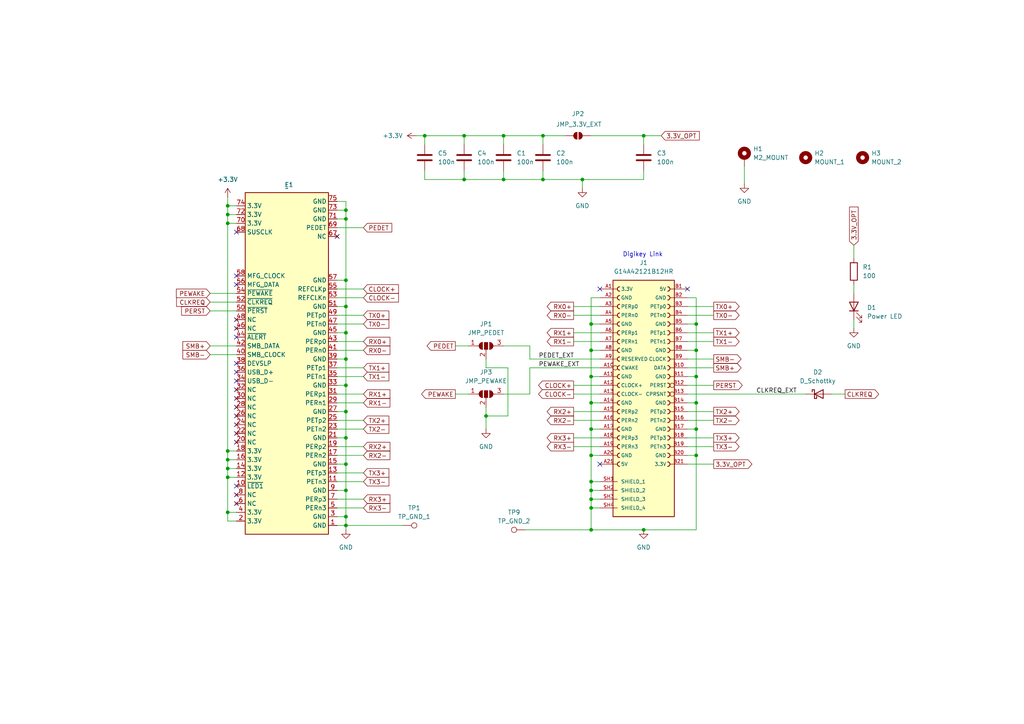
<source format=kicad_sch>
(kicad_sch (version 20231120) (generator "eeschema") (generator_version "8.0")
  (paper "A4")
  (lib_symbols
    (symbol "Connector:TestPoint" (pin_numbers hide) (pin_names (offset 0.762) hide)
      (property "Reference" "TP" (at 0 6.858 0))
      (property "Value" "TestPoint" (at 0 5.08 0))
      (symbol "TestPoint_0_1"
        (circle (center 0 3.302) (radius 0.762))
      )
      (symbol "TestPoint_1_1"
        (pin passive line (at 0 0 90) (length 2.54) (name "1") (number "1"))
      )
    )
    (symbol "Device:C" (pin_numbers hide) (pin_names (offset 0.254))
      (property "Reference" "C" (at 0.635 2.54 0))
      (property "Value" "C" (at 0.635 -2.54 0))
      (symbol "C_0_1"
        (polyline (pts (xy -2.032 -0.762) (xy 2.032 -0.762)) (stroke (width 0.508)))
        (polyline (pts (xy -2.032 0.762) (xy 2.032 0.762)) (stroke (width 0.508)))
      )
      (symbol "C_1_1"
        (pin passive line (at 0 3.81 270) (length 2.794) (name "~") (number "1"))
        (pin passive line (at 0 -3.81 90) (length 2.794) (name "~") (number "2"))
      )
    )
    (symbol "Device:D_Schottky" (pin_numbers hide) (pin_names (offset 1.016) hide)
      (property "Reference" "D" (at 0 2.54 0))
      (property "Value" "D_Schottky" (at 0 -2.54 0))
      (symbol "D_Schottky_0_1"
        (polyline (pts (xy 1.27 0) (xy -1.27 0)))
        (polyline (pts (xy 1.27 1.27) (xy 1.27 -1.27) (xy -1.27 0) (xy 1.27 1.27)) (stroke (width 0.254)))
        (polyline (pts (xy -1.905 0.635) (xy -1.905 1.27) (xy -1.27 1.27) (xy -1.27 -1.27) (xy -0.635 -1.27) (xy -0.635 -0.635)) (stroke (width 0.254)))
      )
      (symbol "D_Schottky_1_1"
        (pin passive line (at -3.81 0 0) (length 2.54) (name "K") (number "1"))
        (pin passive line (at 3.81 0 180) (length 2.54) (name "A") (number "2"))
      )
    )
    (symbol "Device:LED" (pin_numbers hide) (pin_names (offset 1.016) hide)
      (property "Reference" "D" (at 0 2.54 0))
      (property "Value" "LED" (at 0 -2.54 0))
      (symbol "LED_0_1"
        (polyline (pts (xy -1.27 -1.27) (xy -1.27 1.27)) (stroke (width 0.254)))
        (polyline (pts (xy -1.27 0) (xy 1.27 0)))
        (polyline (pts (xy 1.27 -1.27) (xy 1.27 1.27) (xy -1.27 0) (xy 1.27 -1.27)) (stroke (width 0.254)))
        (polyline (pts (xy -3.048 -0.762) (xy -4.572 -2.286) (xy -3.81 -2.286) (xy -4.572 -2.286) (xy -4.572 -1.524)))
        (polyline (pts (xy -1.778 -0.762) (xy -3.302 -2.286) (xy -2.54 -2.286) (xy -3.302 -2.286) (xy -3.302 -1.524)))
      )
      (symbol "LED_1_1"
        (pin passive line (at -3.81 0 0) (length 2.54) (name "K") (number "1"))
        (pin passive line (at 3.81 0 180) (length 2.54) (name "A") (number "2"))
      )
    )
    (symbol "Device:R" (pin_numbers hide) (pin_names (offset 0))
      (property "Reference" "R" (at 2.032 0 90))
      (property "Value" "R" (at 0 0 90))
      (symbol "R_0_1"
        (rectangle (start -1.016 -2.54) (end 1.016 2.54) (stroke (width 0.254)))
      )
      (symbol "R_1_1"
        (pin passive line (at 0 3.81 270) (length 1.27) (name "~") (number "1"))
        (pin passive line (at 0 -3.81 90) (length 1.27) (name "~") (number "2"))
      )
    )
    (symbol "G14A42121B12HR:G14A42121B12HR" (pin_names (offset 1.016))
      (property "Reference" "J" (at -0.762 32.258 0))
      (property "Value" "G14A42121B12HR" (at -8.89 -40.64 0))
      (symbol "G14A42121B12HR_0_0"
        (rectangle (start -8.89 -36.83) (end 8.89 31.75) (stroke (width 0.254)) (fill (type background)))
        (arc (start -6.985 -20.955) (mid -7.6172 -21.59) (end -6.985 -22.225) (stroke (width 0.254)))
        (arc (start -6.985 -18.415) (mid -7.6172 -19.05) (end -6.985 -19.685) (stroke (width 0.254)))
        (arc (start -6.985 -15.875) (mid -7.6172 -16.51) (end -6.985 -17.145) (stroke (width 0.254)))
        (arc (start -6.985 -13.335) (mid -7.6172 -13.97) (end -6.985 -14.605) (stroke (width 0.254)))
        (arc (start -6.985 -10.795) (mid -7.6172 -11.43) (end -6.985 -12.065) (stroke (width 0.254)))
        (arc (start -6.985 -8.255) (mid -7.6172 -8.89) (end -6.985 -9.525) (stroke (width 0.254)))
        (arc (start -6.985 -5.715) (mid -7.6172 -6.35) (end -6.985 -6.985) (stroke (width 0.254)))
        (arc (start -6.985 -3.175) (mid -7.6172 -3.81) (end -6.985 -4.445) (stroke (width 0.254)))
        (arc (start -6.985 -0.635) (mid -7.6172 -1.27) (end -6.985 -1.905) (stroke (width 0.254)))
        (arc (start -6.985 1.905) (mid -7.6172 1.27) (end -6.985 0.635) (stroke (width 0.254)))
        (arc (start -6.985 4.445) (mid -7.6172 3.81) (end -6.985 3.175) (stroke (width 0.254)))
        (arc (start -6.985 6.985) (mid -7.6172 6.35) (end -6.985 5.715) (stroke (width 0.254)))
        (arc (start -6.985 9.525) (mid -7.6172 8.89) (end -6.985 8.255) (stroke (width 0.254)))
        (arc (start -6.985 12.065) (mid -7.6172 11.43) (end -6.985 10.795) (stroke (width 0.254)))
        (arc (start -6.985 14.605) (mid -7.6172 13.97) (end -6.985 13.335) (stroke (width 0.254)))
        (arc (start -6.985 17.145) (mid -7.6172 16.51) (end -6.985 15.875) (stroke (width 0.254)))
        (arc (start -6.985 19.685) (mid -7.6172 19.05) (end -6.985 18.415) (stroke (width 0.254)))
        (arc (start -6.985 22.225) (mid -7.6172 21.59) (end -6.985 20.955) (stroke (width 0.254)))
        (arc (start -6.985 24.765) (mid -7.6172 24.13) (end -6.985 23.495) (stroke (width 0.254)))
        (arc (start -6.985 27.305) (mid -7.6172 26.67) (end -6.985 26.035) (stroke (width 0.254)))
        (arc (start -6.985 29.845) (mid -7.6172 29.21) (end -6.985 28.575) (stroke (width 0.254)))
        (arc (start 6.985 -22.225) (mid 7.617 -21.59) (end 6.985 -20.955) (stroke (width 0.254)))
        (arc (start 6.985 -19.685) (mid 7.617 -19.05) (end 6.985 -18.415) (stroke (width 0.254)))
        (arc (start 6.985 -17.145) (mid 7.617 -16.51) (end 6.985 -15.875) (stroke (width 0.254)))
        (arc (start 6.985 -14.605) (mid 7.617 -13.97) (end 6.985 -13.335) (stroke (width 0.254)))
        (arc (start 6.985 -12.065) (mid 7.617 -11.43) (end 6.985 -10.795) (stroke (width 0.254)))
        (arc (start 6.985 -9.525) (mid 7.617 -8.89) (end 6.985 -8.255) (stroke (width 0.254)))
        (arc (start 6.985 -6.985) (mid 7.617 -6.35) (end 6.985 -5.715) (stroke (width 0.254)))
        (arc (start 6.985 -4.445) (mid 7.617 -3.81) (end 6.985 -3.175) (stroke (width 0.254)))
        (arc (start 6.985 -1.905) (mid 7.617 -1.27) (end 6.985 -0.635) (stroke (width 0.254)))
        (arc (start 6.985 0.635) (mid 7.617 1.27) (end 6.985 1.905) (stroke (width 0.254)))
        (arc (start 6.985 3.175) (mid 7.617 3.81) (end 6.985 4.445) (stroke (width 0.254)))
        (arc (start 6.985 5.715) (mid 7.617 6.35) (end 6.985 6.985) (stroke (width 0.254)))
        (arc (start 6.985 8.255) (mid 7.617 8.89) (end 6.985 9.525) (stroke (width 0.254)))
        (arc (start 6.985 10.795) (mid 7.617 11.43) (end 6.985 12.065) (stroke (width 0.254)))
        (arc (start 6.985 13.335) (mid 7.617 13.97) (end 6.985 14.605) (stroke (width 0.254)))
        (arc (start 6.985 15.875) (mid 7.617 16.51) (end 6.985 17.145) (stroke (width 0.254)))
        (arc (start 6.985 18.415) (mid 7.617 19.05) (end 6.985 19.685) (stroke (width 0.254)))
        (arc (start 6.985 20.955) (mid 7.617 21.59) (end 6.985 22.225) (stroke (width 0.254)))
        (arc (start 6.985 23.495) (mid 7.617 24.13) (end 6.985 24.765) (stroke (width 0.254)))
        (arc (start 6.985 26.035) (mid 7.617 26.67) (end 6.985 27.305) (stroke (width 0.254)))
        (arc (start 6.985 28.575) (mid 7.617 29.21) (end 6.985 29.845) (stroke (width 0.254)))
      )
      (symbol "G14A42121B12HR_1_0"
        (pin power_in line (at -12.7 29.21 0) (length 5.08) (name "3.3V") (number "A1"))
        (pin passive inverted (at -12.7 6.35 0) (length 5.08) (name "CWAKE") (number "A10"))
        (pin power_in line (at -12.7 3.81 0) (length 5.08) (name "GND") (number "A11"))
        (pin passive line (at -12.7 1.27 0) (length 5.08) (name "CLOCK+") (number "A12"))
        (pin passive line (at -12.7 -1.27 0) (length 5.08) (name "CLOCK-") (number "A13"))
        (pin power_in line (at -12.7 -3.81 0) (length 5.08) (name "GND") (number "A14"))
        (pin passive line (at -12.7 -6.35 0) (length 5.08) (name "PERp2") (number "A15"))
        (pin passive line (at -12.7 -8.89 0) (length 5.08) (name "PERn2") (number "A16"))
        (pin power_in line (at -12.7 -11.43 0) (length 5.08) (name "GND") (number "A17"))
        (pin passive line (at -12.7 -13.97 0) (length 5.08) (name "PERp3") (number "A18"))
        (pin passive line (at -12.7 -16.51 0) (length 5.08) (name "PERn3") (number "A19"))
        (pin power_in line (at -12.7 26.67 0) (length 5.08) (name "GND") (number "A2"))
        (pin power_in line (at -12.7 -19.05 0) (length 5.08) (name "GND") (number "A20"))
        (pin power_in line (at -12.7 -21.59 0) (length 5.08) (name "5V") (number "A21"))
        (pin passive line (at -12.7 24.13 0) (length 5.08) (name "PERp0") (number "A3"))
        (pin passive line (at -12.7 21.59 0) (length 5.08) (name "PERn0") (number "A4"))
        (pin power_in line (at -12.7 19.05 0) (length 5.08) (name "GND") (number "A5"))
        (pin passive line (at -12.7 16.51 0) (length 5.08) (name "PERp1") (number "A6"))
        (pin passive line (at -12.7 13.97 0) (length 5.08) (name "PERn1") (number "A7"))
        (pin power_in line (at -12.7 11.43 0) (length 5.08) (name "GND") (number "A8"))
        (pin passive line (at -12.7 8.89 0) (length 5.08) (name "RESERVED") (number "A9"))
        (pin power_in line (at 12.7 29.21 180) (length 5.08) (name "5V") (number "B1"))
        (pin passive line (at 12.7 6.35 180) (length 5.08) (name "DATA") (number "B10"))
        (pin power_in line (at 12.7 3.81 180) (length 5.08) (name "GND") (number "B11"))
        (pin passive inverted (at 12.7 1.27 180) (length 5.08) (name "PERST") (number "B12"))
        (pin passive inverted (at 12.7 -1.27 180) (length 5.08) (name "CPRSNT") (number "B13"))
        (pin power_in line (at 12.7 -3.81 180) (length 5.08) (name "GND") (number "B14"))
        (pin passive line (at 12.7 -6.35 180) (length 5.08) (name "PETp2") (number "B15"))
        (pin passive line (at 12.7 -8.89 180) (length 5.08) (name "PETn2") (number "B16"))
        (pin power_in line (at 12.7 -11.43 180) (length 5.08) (name "GND") (number "B17"))
        (pin passive line (at 12.7 -13.97 180) (length 5.08) (name "PETp3") (number "B18"))
        (pin passive line (at 12.7 -16.51 180) (length 5.08) (name "PETn3") (number "B19"))
        (pin power_in line (at 12.7 26.67 180) (length 5.08) (name "GND") (number "B2"))
        (pin power_in line (at 12.7 -19.05 180) (length 5.08) (name "GND") (number "B20"))
        (pin power_in line (at 12.7 -21.59 180) (length 5.08) (name "3.3V") (number "B21"))
        (pin passive line (at 12.7 24.13 180) (length 5.08) (name "PETp0") (number "B3"))
        (pin passive line (at 12.7 21.59 180) (length 5.08) (name "PETn0") (number "B4"))
        (pin power_in line (at 12.7 19.05 180) (length 5.08) (name "GND") (number "B5"))
        (pin passive line (at 12.7 16.51 180) (length 5.08) (name "PETp1") (number "B6"))
        (pin passive line (at 12.7 13.97 180) (length 5.08) (name "PETn1") (number "B7"))
        (pin power_in line (at 12.7 11.43 180) (length 5.08) (name "GND") (number "B8"))
        (pin passive line (at 12.7 8.89 180) (length 5.08) (name "CLOCK") (number "B9"))
        (pin passive line (at -12.7 -26.67 0) (length 5.08) (name "SHIELD_1") (number "SH1"))
        (pin passive line (at -12.7 -29.21 0) (length 5.08) (name "SHIELD_2") (number "SH2"))
        (pin passive line (at -12.7 -31.75 0) (length 5.08) (name "SHIELD_3") (number "SH3"))
        (pin passive line (at -12.7 -34.29 0) (length 5.08) (name "SHIELD_4") (number "SH4"))
      )
    )
    (symbol "Jumper:SolderJumper_2_Open" (pin_numbers hide) (pin_names (offset 0) hide) (exclude_from_sim yes) (in_bom no)
      (property "Reference" "JP" (at 0 2.032 0))
      (property "Value" "SolderJumper_2_Open" (at 0 -2.54 0))
      (symbol "SolderJumper_2_Open_0_1"
        (arc (start -0.254 1.016) (mid -1.2656 0) (end -0.254 -1.016))
        (arc (start -0.254 1.016) (mid -1.2656 0) (end -0.254 -1.016) (fill (type outline)))
        (polyline (pts (xy -0.254 1.016) (xy -0.254 -1.016)))
        (polyline (pts (xy 0.254 1.016) (xy 0.254 -1.016)))
        (arc (start 0.254 -1.016) (mid 1.2656 0) (end 0.254 1.016))
        (arc (start 0.254 -1.016) (mid 1.2656 0) (end 0.254 1.016) (fill (type outline)))
      )
      (symbol "SolderJumper_2_Open_1_1"
        (pin passive line (at -3.81 0 0) (length 2.54) (name "A") (number "1"))
        (pin passive line (at 3.81 0 180) (length 2.54) (name "B") (number "2"))
      )
    )
    (symbol "Jumper:SolderJumper_3_Open" (pin_names (offset 0) hide) (exclude_from_sim yes) (in_bom no)
      (property "Reference" "JP" (at -2.54 -2.54 0))
      (property "Value" "SolderJumper_3_Open" (at 0 2.794 0))
      (symbol "SolderJumper_3_Open_0_1"
        (arc (start -1.016 1.016) (mid -2.0276 0) (end -1.016 -1.016))
        (arc (start -1.016 1.016) (mid -2.0276 0) (end -1.016 -1.016) (fill (type outline)))
        (rectangle (start -0.508 1.016) (end 0.508 -1.016) (fill (type outline)))
        (polyline (pts (xy -2.54 0) (xy -2.032 0)))
        (polyline (pts (xy -1.016 1.016) (xy -1.016 -1.016)))
        (polyline (pts (xy 0 -1.27) (xy 0 -1.016)))
        (polyline (pts (xy 1.016 1.016) (xy 1.016 -1.016)))
        (polyline (pts (xy 2.54 0) (xy 2.032 0)))
        (arc (start 1.016 -1.016) (mid 2.0276 0) (end 1.016 1.016))
        (arc (start 1.016 -1.016) (mid 2.0276 0) (end 1.016 1.016) (fill (type outline)))
      )
      (symbol "SolderJumper_3_Open_1_1"
        (pin passive line (at -5.08 0 0) (length 2.54) (name "A") (number "1"))
        (pin passive line (at 0 -3.81 90) (length 2.54) (name "C") (number "2"))
        (pin passive line (at 5.08 0 180) (length 2.54) (name "B") (number "3"))
      )
    )
    (symbol "Mechanical:MountingHole" (pin_names (offset 1.016)) (exclude_from_sim yes) (in_bom no)
      (property "Reference" "H" (at 0 5.08 0))
      (property "Value" "MountingHole" (at 0 3.175 0))
      (symbol "MountingHole_0_1"
        (circle (center 0 0) (radius 1.27) (stroke (width 1.27)))
      )
    )
    (symbol "Mechanical:MountingHole_Pad" (pin_numbers hide) (pin_names (offset 1.016) hide) (exclude_from_sim yes) (in_bom no)
      (property "Reference" "H" (at 0 6.35 0))
      (property "Value" "MountingHole_Pad" (at 0 4.445 0))
      (symbol "MountingHole_Pad_0_1"
        (circle (center 0 1.27) (radius 1.27) (stroke (width 1.27)))
      )
      (symbol "MountingHole_Pad_1_1"
        (pin input line (at 0 -2.54 90) (length 2.54) (name "1") (number "1"))
      )
    )
    (symbol "custom_edge_connector:m2_m_key"
      (property "Reference" "E" (at 0 48.26 0))
      (symbol "m2_m_key_0_1"
        (rectangle (start -12.7 46.99) (end 11.43 -52.07) (stroke (width 0.254)) (fill (type background)))
      )
      (symbol "m2_m_key_1_1"
        (pin power_in line (at 13.97 -49.53 180) (length 2.54) (name "GND") (number "1"))
        (pin output line (at -15.24 -38.1 0) (length 2.54) (name "~{LED1}") (number "10"))
        (pin output line (at 13.97 -36.83 180) (length 2.54) (name "PETn3") (number "11"))
        (pin power_in line (at -15.24 -35.56 0) (length 2.54) (name "3.3V") (number "12"))
        (pin output line (at 13.97 -34.29 180) (length 2.54) (name "PETp3") (number "13"))
        (pin power_in line (at -15.24 -33.02 0) (length 2.54) (name "3.3V") (number "14"))
        (pin power_in line (at 13.97 -31.75 180) (length 2.54) (name "GND") (number "15"))
        (pin power_in line (at -15.24 -30.48 0) (length 2.54) (name "3.3V") (number "16"))
        (pin input line (at 13.97 -29.21 180) (length 2.54) (name "PERn2") (number "17"))
        (pin power_in line (at -15.24 -27.94 0) (length 2.54) (name "3.3V") (number "18"))
        (pin input line (at 13.97 -26.67 180) (length 2.54) (name "PERp2") (number "19"))
        (pin power_in line (at -15.24 -48.26 0) (length 2.54) (name "3.3V") (number "2"))
        (pin no_connect line (at -15.24 -25.4 0) (length 2.54) (name "NC") (number "20"))
        (pin power_in line (at 13.97 -24.13 180) (length 2.54) (name "GND") (number "21"))
        (pin no_connect line (at -15.24 -22.86 0) (length 2.54) (name "NC") (number "22"))
        (pin output line (at 13.97 -21.59 180) (length 2.54) (name "PETn2") (number "23"))
        (pin no_connect line (at -15.24 -20.32 0) (length 2.54) (name "NC") (number "24"))
        (pin output line (at 13.97 -19.05 180) (length 2.54) (name "PETp2") (number "25"))
        (pin no_connect line (at -15.24 -17.78 0) (length 2.54) (name "NC") (number "26"))
        (pin power_in line (at 13.97 -16.51 180) (length 2.54) (name "GND") (number "27"))
        (pin no_connect line (at -15.24 -15.24 0) (length 2.54) (name "NC") (number "28"))
        (pin input line (at 13.97 -13.97 180) (length 2.54) (name "PERn1") (number "29"))
        (pin power_in line (at 13.97 -46.99 180) (length 2.54) (name "GND") (number "3"))
        (pin no_connect line (at -15.24 -12.7 0) (length 2.54) (name "NC") (number "30"))
        (pin input line (at 13.97 -11.43 180) (length 2.54) (name "PERp1") (number "31"))
        (pin no_connect line (at -15.24 -10.16 0) (length 2.54) (name "NC") (number "32"))
        (pin power_in line (at 13.97 -8.89 180) (length 2.54) (name "GND") (number "33"))
        (pin passive line (at -15.24 -7.62 0) (length 2.54) (name "USB_D-") (number "34"))
        (pin output line (at 13.97 -6.35 180) (length 2.54) (name "PETn1") (number "35"))
        (pin passive line (at -15.24 -5.08 0) (length 2.54) (name "USB_D+") (number "36"))
        (pin output line (at 13.97 -3.81 180) (length 2.54) (name "PETp1") (number "37"))
        (pin passive line (at -15.24 -2.54 0) (length 2.54) (name "DEVSLP") (number "38"))
        (pin power_in line (at 13.97 -1.27 180) (length 2.54) (name "GND") (number "39"))
        (pin power_in line (at -15.24 -45.72 0) (length 2.54) (name "3.3V") (number "4"))
        (pin passive line (at -15.24 0 0) (length 2.54) (name "SMB_CLOCK") (number "40"))
        (pin input line (at 13.97 1.27 180) (length 2.54) (name "PERn0") (number "41"))
        (pin passive line (at -15.24 2.54 0) (length 2.54) (name "SMB_DATA") (number "42"))
        (pin input line (at 13.97 3.81 180) (length 2.54) (name "PERp0") (number "43"))
        (pin passive line (at -15.24 5.08 0) (length 2.54) (name "~{ALERT}") (number "44"))
        (pin power_in line (at 13.97 6.35 180) (length 2.54) (name "GND") (number "45"))
        (pin no_connect line (at -15.24 7.62 0) (length 2.54) (name "NC") (number "46"))
        (pin output line (at 13.97 8.89 180) (length 2.54) (name "PETn0") (number "47"))
        (pin no_connect line (at -15.24 10.16 0) (length 2.54) (name "NC") (number "48"))
        (pin output line (at 13.97 11.43 180) (length 2.54) (name "PETp0") (number "49"))
        (pin input line (at 13.97 -44.45 180) (length 2.54) (name "PERn3") (number "5"))
        (pin output line (at -15.24 12.7 0) (length 2.54) (name "~{PERST}") (number "50"))
        (pin power_in line (at 13.97 13.97 180) (length 2.54) (name "GND") (number "51"))
        (pin bidirectional line (at -15.24 15.24 0) (length 2.54) (name "~{CLKREQ}") (number "52"))
        (pin output line (at 13.97 16.51 180) (length 2.54) (name "REFCLKn") (number "53"))
        (pin bidirectional line (at -15.24 17.78 0) (length 2.54) (name "~{PEWAKE}") (number "54"))
        (pin output line (at 13.97 19.05 180) (length 2.54) (name "REFCLKp") (number "55"))
        (pin passive line (at -15.24 20.32 0) (length 2.54) (name "MFG_DATA") (number "56"))
        (pin power_in line (at 13.97 21.59 180) (length 2.54) (name "GND") (number "57"))
        (pin passive line (at -15.24 22.86 0) (length 2.54) (name "MFG_CLOCK") (number "58"))
        (pin no_connect line (at -15.24 -43.18 0) (length 2.54) (name "NC") (number "6"))
        (pin no_connect line (at 13.97 34.29 180) (length 2.54) (name "NC") (number "67"))
        (pin output line (at -15.24 35.56 0) (length 2.54) (name "SUSCLK") (number "68"))
        (pin input line (at 13.97 36.83 180) (length 2.54) (name "PEDET") (number "69"))
        (pin input line (at 13.97 -41.91 180) (length 2.54) (name "PERp3") (number "7"))
        (pin passive line (at -15.24 38.1 0) (length 2.54) (name "3.3V") (number "70"))
        (pin power_in line (at 13.97 39.37 180) (length 2.54) (name "GND") (number "71"))
        (pin passive line (at -15.24 40.64 0) (length 2.54) (name "3.3V") (number "72"))
        (pin power_in line (at 13.97 41.91 180) (length 2.54) (name "GND") (number "73"))
        (pin passive line (at -15.24 43.18 0) (length 2.54) (name "3.3V") (number "74"))
        (pin power_in line (at 13.97 44.45 180) (length 2.54) (name "GND") (number "75"))
        (pin no_connect line (at -15.24 -40.64 0) (length 2.54) (name "NC") (number "8"))
        (pin power_in line (at 13.97 -39.37 180) (length 2.54) (name "GND") (number "9"))
      )
    )
    (symbol "power:+3.3V" (power) (pin_numbers hide) (pin_names (offset 0) hide)
      (property "Value" "+3.3V" (at 0 3.556 0))
      (symbol "+3.3V_0_1"
        (polyline (pts (xy -0.762 1.27) (xy 0 2.54)))
        (polyline (pts (xy 0 0) (xy 0 2.54)))
        (polyline (pts (xy 0 2.54) (xy 0.762 1.27)))
      )
      (symbol "+3.3V_1_1"
        (pin power_in line (at 0 0 90) (length 0) (name "~") (number "1"))
      )
    )
    (symbol "power:GND" (power) (pin_numbers hide) (pin_names (offset 0) hide)
      (property "Value" "GND" (at 0 -3.81 0))
      (symbol "GND_0_1"
        (polyline (pts (xy 0 0) (xy 0 -1.27) (xy 1.27 -1.27) (xy 0 -2.54) (xy -1.27 -1.27) (xy 0 -1.27)))
      )
      (symbol "GND_1_1"
        (pin power_in line (at 0 0 270) (length 0) (name "~") (number "1"))
      )
    )
  )
  (junction (at 100.33 119.38))
  (junction (at 66.04 130.81))
  (junction (at 100.33 152.4))
  (junction (at 171.45 132.08))
  (junction (at 171.45 147.32))
  (junction (at 171.45 101.6))
  (junction (at 146.05 39.37))
  (junction (at 100.33 81.28))
  (junction (at 100.33 142.24))
  (junction (at 100.33 63.5))
  (junction (at 201.93 101.6))
  (junction (at 171.45 144.78))
  (junction (at 66.04 59.69))
  (junction (at 100.33 96.52))
  (junction (at 201.93 93.98))
  (junction (at 66.04 64.77))
  (junction (at 66.04 62.23))
  (junction (at 201.93 109.22))
  (junction (at 100.33 104.14))
  (junction (at 66.04 135.89))
  (junction (at 171.45 139.7))
  (junction (at 201.93 132.08))
  (junction (at 100.33 60.96))
  (junction (at 186.69 39.37))
  (junction (at 171.45 142.24))
  (junction (at 168.91 52.07))
  (junction (at 157.48 52.07))
  (junction (at 201.93 116.84))
  (junction (at 171.45 124.46))
  (junction (at 201.93 124.46))
  (junction (at 66.04 133.35))
  (junction (at 171.45 116.84))
  (junction (at 146.05 52.07))
  (junction (at 100.33 111.76))
  (junction (at 157.48 39.37))
  (junction (at 134.62 39.37))
  (junction (at 134.62 52.07))
  (junction (at 66.04 148.59))
  (junction (at 66.04 138.43))
  (junction (at 171.45 93.98))
  (junction (at 171.45 109.22))
  (junction (at 171.45 153.67))
  (junction (at 100.33 127))
  (junction (at 100.33 88.9))
  (junction (at 140.97 120.65))
  (junction (at 186.69 153.67))
  (junction (at 100.33 134.62))
  (junction (at 123.19 39.37))
  (junction (at 100.33 149.86))
  (no_connect (at 68.58 80.01))
  (no_connect (at 68.58 115.57))
  (no_connect (at 173.99 83.82))
  (no_connect (at 68.58 110.49))
  (no_connect (at 68.58 125.73))
  (no_connect (at 68.58 140.97))
  (no_connect (at 68.58 120.65))
  (no_connect (at 68.58 123.19))
  (no_connect (at 68.58 95.25))
  (no_connect (at 68.58 118.11))
  (no_connect (at 68.58 143.51))
  (no_connect (at 199.39 83.82))
  (no_connect (at 68.58 82.55))
  (no_connect (at 173.99 134.62))
  (no_connect (at 68.58 128.27))
  (no_connect (at 97.79 68.58))
  (no_connect (at 68.58 97.79))
  (no_connect (at 68.58 67.31))
  (no_connect (at 68.58 105.41))
  (no_connect (at 68.58 146.05))
  (no_connect (at 68.58 92.71))
  (no_connect (at 68.58 113.03))
  (no_connect (at 68.58 107.95))
  (wire (pts (xy 152.4 153.67) (xy 171.45 153.67)))
  (wire (pts (xy 100.33 81.28) (xy 97.79 81.28)))
  (wire (pts (xy 97.79 99.06) (xy 105.41 99.06)))
  (wire (pts (xy 97.79 83.82) (xy 105.41 83.82)))
  (wire (pts (xy 171.45 153.67) (xy 186.69 153.67)))
  (wire (pts (xy 199.39 127) (xy 207.01 127)))
  (wire (pts (xy 153.67 100.33) (xy 153.67 104.14)))
  (wire (pts (xy 146.05 49.53) (xy 146.05 52.07)))
  (wire (pts (xy 153.67 106.68) (xy 173.99 106.68)))
  (wire (pts (xy 199.39 93.98) (xy 201.93 93.98)))
  (wire (pts (xy 97.79 132.08) (xy 105.41 132.08)))
  (wire (pts (xy 97.79 134.62) (xy 100.33 134.62)))
  (wire (pts (xy 168.91 52.07) (xy 168.91 54.61)))
  (wire (pts (xy 199.39 101.6) (xy 201.93 101.6)))
  (wire (pts (xy 100.33 58.42) (xy 100.33 60.96)))
  (wire (pts (xy 100.33 88.9) (xy 100.33 96.52)))
  (wire (pts (xy 173.99 139.7) (xy 171.45 139.7)))
  (wire (pts (xy 157.48 52.07) (xy 168.91 52.07)))
  (wire (pts (xy 171.45 142.24) (xy 171.45 144.78)))
  (wire (pts (xy 171.45 147.32) (xy 173.99 147.32)))
  (wire (pts (xy 171.45 101.6) (xy 171.45 109.22)))
  (wire (pts (xy 60.96 102.87) (xy 68.58 102.87)))
  (wire (pts (xy 120.65 39.37) (xy 123.19 39.37)))
  (wire (pts (xy 147.32 106.68) (xy 147.32 120.65)))
  (wire (pts (xy 199.39 88.9) (xy 207.01 88.9)))
  (wire (pts (xy 173.99 88.9) (xy 166.37 88.9)))
  (wire (pts (xy 132.08 100.33) (xy 135.89 100.33)))
  (wire (pts (xy 140.97 120.65) (xy 140.97 124.46)))
  (wire (pts (xy 173.99 91.44) (xy 166.37 91.44)))
  (wire (pts (xy 97.79 114.3) (xy 105.41 114.3)))
  (wire (pts (xy 100.33 63.5) (xy 100.33 81.28)))
  (wire (pts (xy 153.67 114.3) (xy 153.67 106.68)))
  (wire (pts (xy 97.79 91.44) (xy 105.41 91.44)))
  (wire (pts (xy 199.39 124.46) (xy 201.93 124.46)))
  (wire (pts (xy 215.9 48.26) (xy 215.9 53.34)))
  (wire (pts (xy 97.79 144.78) (xy 105.41 144.78)))
  (wire (pts (xy 97.79 60.96) (xy 100.33 60.96)))
  (wire (pts (xy 134.62 52.07) (xy 134.62 49.53)))
  (wire (pts (xy 171.45 124.46) (xy 173.99 124.46)))
  (wire (pts (xy 201.93 132.08) (xy 199.39 132.08)))
  (wire (pts (xy 100.33 127) (xy 97.79 127)))
  (wire (pts (xy 201.93 116.84) (xy 201.93 124.46)))
  (wire (pts (xy 199.39 99.06) (xy 207.01 99.06)))
  (wire (pts (xy 199.39 134.62) (xy 207.01 134.62)))
  (wire (pts (xy 97.79 58.42) (xy 100.33 58.42)))
  (wire (pts (xy 173.99 114.3) (xy 166.37 114.3)))
  (wire (pts (xy 146.05 114.3) (xy 153.67 114.3)))
  (wire (pts (xy 134.62 39.37) (xy 134.62 41.91)))
  (wire (pts (xy 100.33 111.76) (xy 97.79 111.76)))
  (wire (pts (xy 147.32 106.68) (xy 140.97 106.68)))
  (wire (pts (xy 171.45 101.6) (xy 173.99 101.6)))
  (wire (pts (xy 97.79 101.6) (xy 105.41 101.6)))
  (wire (pts (xy 171.45 93.98) (xy 171.45 101.6)))
  (wire (pts (xy 199.39 111.76) (xy 207.01 111.76)))
  (wire (pts (xy 166.37 121.92) (xy 173.99 121.92)))
  (wire (pts (xy 166.37 119.38) (xy 173.99 119.38)))
  (wire (pts (xy 199.39 106.68) (xy 207.01 106.68)))
  (wire (pts (xy 66.04 64.77) (xy 68.58 64.77)))
  (wire (pts (xy 199.39 91.44) (xy 207.01 91.44)))
  (wire (pts (xy 171.45 109.22) (xy 171.45 116.84)))
  (wire (pts (xy 66.04 130.81) (xy 66.04 133.35)))
  (wire (pts (xy 66.04 133.35) (xy 68.58 133.35)))
  (wire (pts (xy 199.39 96.52) (xy 207.01 96.52)))
  (wire (pts (xy 66.04 135.89) (xy 68.58 135.89)))
  (wire (pts (xy 186.69 52.07) (xy 186.69 49.53)))
  (wire (pts (xy 60.96 85.09) (xy 68.58 85.09)))
  (wire (pts (xy 100.33 96.52) (xy 97.79 96.52)))
  (wire (pts (xy 199.39 114.3) (xy 233.68 114.3)))
  (wire (pts (xy 171.45 116.84) (xy 171.45 124.46)))
  (wire (pts (xy 157.48 39.37) (xy 163.83 39.37)))
  (wire (pts (xy 171.45 132.08) (xy 171.45 139.7)))
  (wire (pts (xy 157.48 49.53) (xy 157.48 52.07)))
  (wire (pts (xy 153.67 104.14) (xy 173.99 104.14)))
  (wire (pts (xy 132.08 114.3) (xy 135.89 114.3)))
  (wire (pts (xy 97.79 139.7) (xy 105.41 139.7)))
  (wire (pts (xy 147.32 120.65) (xy 140.97 120.65)))
  (wire (pts (xy 97.79 66.04) (xy 105.41 66.04)))
  (wire (pts (xy 100.33 104.14) (xy 100.33 111.76)))
  (wire (pts (xy 199.39 129.54) (xy 207.01 129.54)))
  (wire (pts (xy 100.33 81.28) (xy 100.33 88.9)))
  (wire (pts (xy 173.99 144.78) (xy 171.45 144.78)))
  (wire (pts (xy 134.62 39.37) (xy 146.05 39.37)))
  (wire (pts (xy 66.04 151.13) (xy 68.58 151.13)))
  (wire (pts (xy 173.99 111.76) (xy 166.37 111.76)))
  (wire (pts (xy 68.58 130.81) (xy 66.04 130.81)))
  (wire (pts (xy 100.33 152.4) (xy 116.84 152.4)))
  (wire (pts (xy 100.33 134.62) (xy 100.33 142.24)))
  (wire (pts (xy 171.45 147.32) (xy 171.45 153.67)))
  (wire (pts (xy 140.97 106.68) (xy 140.97 104.14)))
  (wire (pts (xy 123.19 39.37) (xy 134.62 39.37)))
  (wire (pts (xy 97.79 116.84) (xy 105.41 116.84)))
  (wire (pts (xy 66.04 148.59) (xy 66.04 151.13)))
  (wire (pts (xy 201.93 124.46) (xy 201.93 132.08)))
  (wire (pts (xy 171.45 132.08) (xy 173.99 132.08)))
  (wire (pts (xy 171.45 39.37) (xy 186.69 39.37)))
  (wire (pts (xy 146.05 39.37) (xy 157.48 39.37)))
  (wire (pts (xy 100.33 63.5) (xy 97.79 63.5)))
  (wire (pts (xy 201.93 109.22) (xy 201.93 116.84)))
  (wire (pts (xy 97.79 137.16) (xy 105.41 137.16)))
  (wire (pts (xy 173.99 86.36) (xy 171.45 86.36)))
  (wire (pts (xy 199.39 121.92) (xy 207.01 121.92)))
  (wire (pts (xy 100.33 119.38) (xy 100.33 127)))
  (wire (pts (xy 199.39 104.14) (xy 207.01 104.14)))
  (wire (pts (xy 146.05 52.07) (xy 157.48 52.07)))
  (wire (pts (xy 97.79 109.22) (xy 105.41 109.22)))
  (wire (pts (xy 97.79 86.36) (xy 105.41 86.36)))
  (wire (pts (xy 100.33 119.38) (xy 97.79 119.38)))
  (wire (pts (xy 100.33 152.4) (xy 97.79 152.4)))
  (wire (pts (xy 186.69 153.67) (xy 201.93 153.67)))
  (wire (pts (xy 100.33 60.96) (xy 100.33 63.5)))
  (wire (pts (xy 66.04 138.43) (xy 68.58 138.43)))
  (wire (pts (xy 100.33 149.86) (xy 97.79 149.86)))
  (wire (pts (xy 66.04 62.23) (xy 68.58 62.23)))
  (wire (pts (xy 100.33 142.24) (xy 100.33 149.86)))
  (wire (pts (xy 171.45 139.7) (xy 171.45 142.24)))
  (wire (pts (xy 100.33 149.86) (xy 100.33 152.4)))
  (wire (pts (xy 171.45 93.98) (xy 173.99 93.98)))
  (wire (pts (xy 97.79 129.54) (xy 105.41 129.54)))
  (wire (pts (xy 66.04 135.89) (xy 66.04 138.43)))
  (wire (pts (xy 97.79 124.46) (xy 105.41 124.46)))
  (wire (pts (xy 97.79 106.68) (xy 105.41 106.68)))
  (wire (pts (xy 171.45 144.78) (xy 171.45 147.32)))
  (wire (pts (xy 140.97 120.65) (xy 140.97 118.11)))
  (wire (pts (xy 66.04 148.59) (xy 68.58 148.59)))
  (wire (pts (xy 60.96 90.17) (xy 68.58 90.17)))
  (wire (pts (xy 66.04 57.15) (xy 66.04 59.69)))
  (wire (pts (xy 100.33 152.4) (xy 100.33 153.67)))
  (wire (pts (xy 199.39 86.36) (xy 201.93 86.36)))
  (wire (pts (xy 100.33 142.24) (xy 97.79 142.24)))
  (wire (pts (xy 168.91 52.07) (xy 186.69 52.07)))
  (wire (pts (xy 66.04 133.35) (xy 66.04 135.89)))
  (wire (pts (xy 97.79 147.32) (xy 105.41 147.32)))
  (wire (pts (xy 100.33 88.9) (xy 97.79 88.9)))
  (wire (pts (xy 247.65 92.71) (xy 247.65 95.25)))
  (wire (pts (xy 199.39 119.38) (xy 207.01 119.38)))
  (wire (pts (xy 66.04 62.23) (xy 66.04 64.77)))
  (wire (pts (xy 201.93 93.98) (xy 201.93 101.6)))
  (wire (pts (xy 166.37 127) (xy 173.99 127)))
  (wire (pts (xy 123.19 39.37) (xy 123.19 41.91)))
  (wire (pts (xy 100.33 111.76) (xy 100.33 119.38)))
  (wire (pts (xy 97.79 93.98) (xy 105.41 93.98)))
  (wire (pts (xy 201.93 153.67) (xy 201.93 132.08)))
  (wire (pts (xy 241.3 114.3) (xy 245.11 114.3)))
  (wire (pts (xy 146.05 100.33) (xy 153.67 100.33)))
  (wire (pts (xy 199.39 109.22) (xy 201.93 109.22)))
  (wire (pts (xy 247.65 71.12) (xy 247.65 74.93)))
  (wire (pts (xy 100.33 104.14) (xy 97.79 104.14)))
  (wire (pts (xy 201.93 101.6) (xy 201.93 109.22)))
  (wire (pts (xy 134.62 52.07) (xy 123.19 52.07)))
  (wire (pts (xy 97.79 121.92) (xy 105.41 121.92)))
  (wire (pts (xy 166.37 99.06) (xy 173.99 99.06)))
  (wire (pts (xy 60.96 87.63) (xy 68.58 87.63)))
  (wire (pts (xy 166.37 129.54) (xy 173.99 129.54)))
  (wire (pts (xy 191.77 39.37) (xy 186.69 39.37)))
  (wire (pts (xy 166.37 96.52) (xy 173.99 96.52)))
  (wire (pts (xy 171.45 109.22) (xy 173.99 109.22)))
  (wire (pts (xy 171.45 142.24) (xy 173.99 142.24)))
  (wire (pts (xy 201.93 86.36) (xy 201.93 93.98)))
  (wire (pts (xy 146.05 39.37) (xy 146.05 41.91)))
  (wire (pts (xy 157.48 39.37) (xy 157.48 41.91)))
  (wire (pts (xy 199.39 116.84) (xy 201.93 116.84)))
  (wire (pts (xy 100.33 96.52) (xy 100.33 104.14)))
  (wire (pts (xy 146.05 52.07) (xy 134.62 52.07)))
  (wire (pts (xy 186.69 39.37) (xy 186.69 41.91)))
  (wire (pts (xy 100.33 127) (xy 100.33 134.62)))
  (wire (pts (xy 171.45 86.36) (xy 171.45 93.98)))
  (wire (pts (xy 171.45 116.84) (xy 173.99 116.84)))
  (wire (pts (xy 171.45 124.46) (xy 171.45 132.08)))
  (wire (pts (xy 247.65 82.55) (xy 247.65 85.09)))
  (wire (pts (xy 68.58 59.69) (xy 66.04 59.69)))
  (wire (pts (xy 66.04 64.77) (xy 66.04 130.81)))
  (wire (pts (xy 60.96 100.33) (xy 68.58 100.33)))
  (wire (pts (xy 123.19 52.07) (xy 123.19 49.53)))
  (wire (pts (xy 66.04 59.69) (xy 66.04 62.23)))
  (wire (pts (xy 66.04 138.43) (xy 66.04 148.59)))
  (text "Digikey Link" (at 186.436 73.914 0) (effects (font (size 1.27 1.27))))
  (label "CLKREQ_EXT" (at 231.14 114.3 180))
  (label "PEWAKE_EXT" (at 156.21 106.68 0))
  (label "PEDET_EXT" (at 156.21 104.14 0))
  (global_label "TX3-" (shape output) (at 207.01 129.54 0) (property "Intersheetrefs" "${INTERSHEET_REFS}" (effects (hide yes))))
  (global_label "TX2+" (shape input) (at 105.41 121.92 0) (property "Intersheetrefs" "${INTERSHEET_REFS}" (effects (hide yes))))
  (global_label "RX2-" (shape output) (at 166.37 121.92 180) (property "Intersheetrefs" "${INTERSHEET_REFS}" (effects (hide yes))))
  (global_label "PEDET" (shape output) (at 132.08 100.33 180) (property "Intersheetrefs" "${INTERSHEET_REFS}" (effects (hide yes))))
  (global_label "TX2-" (shape input) (at 105.41 124.46 0) (property "Intersheetrefs" "${INTERSHEET_REFS}" (effects (hide yes))))
  (global_label "SMB+" (shape output) (at 207.01 106.68 0) (property "Intersheetrefs" "${INTERSHEET_REFS}" (effects (hide yes))))
  (global_label "RX1-" (shape input) (at 105.41 116.84 0) (property "Intersheetrefs" "${INTERSHEET_REFS}" (effects (hide yes))))
  (global_label "SMB+" (shape input) (at 60.96 100.33 180) (property "Intersheetrefs" "${INTERSHEET_REFS}" (effects (hide yes))))
  (global_label "3.3V_OPT" (shape output) (at 207.01 134.62 0) (property "Intersheetrefs" "${INTERSHEET_REFS}" (effects (hide yes))))
  (global_label "TX0-" (shape output) (at 207.01 91.44 0) (property "Intersheetrefs" "${INTERSHEET_REFS}" (effects (hide yes))))
  (global_label "PEWAKE" (shape output) (at 132.08 114.3 180) (property "Intersheetrefs" "${INTERSHEET_REFS}" (effects (hide yes))))
  (global_label "3.3V_OPT" (shape input) (at 191.77 39.37 0) (property "Intersheetrefs" "${INTERSHEET_REFS}" (effects (hide yes))))
  (global_label "RX0-" (shape input) (at 105.41 101.6 0) (property "Intersheetrefs" "${INTERSHEET_REFS}" (effects (hide yes))))
  (global_label "RX0+" (shape input) (at 105.41 99.06 0) (property "Intersheetrefs" "${INTERSHEET_REFS}" (effects (hide yes))))
  (global_label "CLOCK+" (shape input) (at 105.41 83.82 0) (property "Intersheetrefs" "${INTERSHEET_REFS}" (effects (hide yes))))
  (global_label "PERST" (shape output) (at 207.01 111.76 0) (property "Intersheetrefs" "${INTERSHEET_REFS}" (effects (hide yes))))
  (global_label "TX0+" (shape output) (at 207.01 88.9 0) (property "Intersheetrefs" "${INTERSHEET_REFS}" (effects (hide yes))))
  (global_label "CLKREQ" (shape output) (at 245.11 114.3 0) (property "Intersheetrefs" "${INTERSHEET_REFS}" (effects (hide yes))))
  (global_label "TX2-" (shape output) (at 207.01 121.92 0) (property "Intersheetrefs" "${INTERSHEET_REFS}" (effects (hide yes))))
  (global_label "TX2+" (shape output) (at 207.01 119.38 0) (property "Intersheetrefs" "${INTERSHEET_REFS}" (effects (hide yes))))
  (global_label "RX1+" (shape input) (at 105.41 114.3 0) (property "Intersheetrefs" "${INTERSHEET_REFS}" (effects (hide yes))))
  (global_label "RX1+" (shape output) (at 166.37 96.52 180) (property "Intersheetrefs" "${INTERSHEET_REFS}" (effects (hide yes))))
  (global_label "PERST" (shape input) (at 60.96 90.17 180) (property "Intersheetrefs" "${INTERSHEET_REFS}" (effects (hide yes))))
  (global_label "CLOCK-" (shape input) (at 105.41 86.36 0) (property "Intersheetrefs" "${INTERSHEET_REFS}" (effects (hide yes))))
  (global_label "RX1-" (shape output) (at 166.37 99.06 180) (property "Intersheetrefs" "${INTERSHEET_REFS}" (effects (hide yes))))
  (global_label "RX3+" (shape input) (at 105.41 144.78 0) (property "Intersheetrefs" "${INTERSHEET_REFS}" (effects (hide yes))))
  (global_label "RX3+" (shape output) (at 166.37 127 180) (property "Intersheetrefs" "${INTERSHEET_REFS}" (effects (hide yes))))
  (global_label "PEDET" (shape input) (at 105.41 66.04 0) (property "Intersheetrefs" "${INTERSHEET_REFS}" (effects (hide yes))))
  (global_label "SMB-" (shape input) (at 60.96 102.87 180) (property "Intersheetrefs" "${INTERSHEET_REFS}" (effects (hide yes))))
  (global_label "RX3-" (shape input) (at 105.41 147.32 0) (property "Intersheetrefs" "${INTERSHEET_REFS}" (effects (hide yes))))
  (global_label "3.3V_OPT" (shape input) (at 247.65 71.12 90) (property "Intersheetrefs" "${INTERSHEET_REFS}" (effects (hide yes))))
  (global_label "RX2+" (shape output) (at 166.37 119.38 180) (property "Intersheetrefs" "${INTERSHEET_REFS}" (effects (hide yes))))
  (global_label "TX1+" (shape input) (at 105.41 106.68 0) (property "Intersheetrefs" "${INTERSHEET_REFS}" (effects (hide yes))))
  (global_label "TX1+" (shape output) (at 207.01 96.52 0) (property "Intersheetrefs" "${INTERSHEET_REFS}" (effects (hide yes))))
  (global_label "RX3-" (shape output) (at 166.37 129.54 180) (property "Intersheetrefs" "${INTERSHEET_REFS}" (effects (hide yes))))
  (global_label "TX3+" (shape output) (at 207.01 127 0) (property "Intersheetrefs" "${INTERSHEET_REFS}" (effects (hide yes))))
  (global_label "PEWAKE" (shape input) (at 60.96 85.09 180) (property "Intersheetrefs" "${INTERSHEET_REFS}" (effects (hide yes))))
  (global_label "CLKREQ" (shape input) (at 60.96 87.63 180) (property "Intersheetrefs" "${INTERSHEET_REFS}" (effects (hide yes))))
  (global_label "TX0-" (shape input) (at 105.41 93.98 0) (property "Intersheetrefs" "${INTERSHEET_REFS}" (effects (hide yes))))
  (global_label "TX1-" (shape input) (at 105.41 109.22 0) (property "Intersheetrefs" "${INTERSHEET_REFS}" (effects (hide yes))))
  (global_label "TX3+" (shape input) (at 105.41 137.16 0) (property "Intersheetrefs" "${INTERSHEET_REFS}" (effects (hide yes))))
  (global_label "TX1-" (shape output) (at 207.01 99.06 0) (property "Intersheetrefs" "${INTERSHEET_REFS}" (effects (hide yes))))
  (global_label "RX0+" (shape output) (at 166.37 88.9 180) (property "Intersheetrefs" "${INTERSHEET_REFS}" (effects (hide yes))))
  (global_label "RX2+" (shape input) (at 105.41 129.54 0) (property "Intersheetrefs" "${INTERSHEET_REFS}" (effects (hide yes))))
  (global_label "RX0-" (shape output) (at 166.37 91.44 180) (property "Intersheetrefs" "${INTERSHEET_REFS}" (effects (hide yes))))
  (global_label "TX3-" (shape input) (at 105.41 139.7 0) (property "Intersheetrefs" "${INTERSHEET_REFS}" (effects (hide yes))))
  (global_label "SMB-" (shape output) (at 207.01 104.14 0) (property "Intersheetrefs" "${INTERSHEET_REFS}" (effects (hide yes))))
  (global_label "CLOCK+" (shape output) (at 166.37 111.76 180) (property "Intersheetrefs" "${INTERSHEET_REFS}" (effects (hide yes))))
  (global_label "TX0+" (shape input) (at 105.41 91.44 0) (property "Intersheetrefs" "${INTERSHEET_REFS}" (effects (hide yes))))
  (global_label "CLOCK-" (shape output) (at 166.37 114.3 180) (property "Intersheetrefs" "${INTERSHEET_REFS}" (effects (hide yes))))
  (global_label "RX2-" (shape input) (at 105.41 132.08 0) (property "Intersheetrefs" "${INTERSHEET_REFS}" (effects (hide yes))))
  (symbol (lib_id "power:GND") (at 215.9 53.34 0) (unit 1)
    (property "Reference" "#PWR06" (effects (hide yes)))
    (property "Value" "GND" (at 215.9 58.42 0))
    (property "Description" "Power symbol creates a global label with name \"GND\" , ground" (effects (hide yes)))
  )
  (symbol (lib_id "custom_edge_connector:m2_m_key") (at 83.82 102.87 0) (unit 1) (in_bom no)
    (property "Reference" "E1" (at 83.82 53.594 0))
    (property "Value" "~" (at 83.185 54.61 0))
    (property "Footprint" "custom_edge_connector:m2_m_key" (effects (hide yes)))
  )
  (symbol (lib_id "power:GND") (at 247.65 95.25 0) (unit 1)
    (property "Reference" "#PWR08" (effects (hide yes)))
    (property "Value" "GND" (at 247.65 100.33 0))
    (property "Description" "Power symbol creates a global label with name \"GND\" , ground" (effects (hide yes)))
  )
  (symbol (lib_id "Device:LED") (at 247.65 88.9 90) (unit 1)
    (property "Reference" "D1" (at 251.46 89.2174 90) (effects (justify right)))
    (property "Value" "Power LED" (at 251.46 91.7574 90) (effects (justify right)))
    (property "Footprint" "LED_SMD:LED_1206_3216Metric_Pad1.42x1.75mm_HandSolder" (effects (hide yes)))
    (property "Description" "Light emitting diode" (effects (hide yes)))
    (property "LCSC Part" "C434442" (effects (hide yes)))
  )
  (symbol (lib_id "Mechanical:MountingHole_Pad") (at 215.9 45.72 0) (unit 1) (exclude_from_sim yes) (in_bom no)
    (property "Reference" "H1" (at 218.44 43.1799 0) (effects (justify left)))
    (property "Value" "M2_MOUNT" (at 218.44 45.7199 0) (effects (justify left)))
    (property "Footprint" "custom_edge_connector:m2_ground_hole" (effects (hide yes)))
    (property "Description" "Mounting Hole with connection" (effects (hide yes)))
  )
  (symbol (lib_id "Connector:TestPoint") (at 116.84 152.4 270) (mirror x) (unit 1) (in_bom no)
    (property "Reference" "TP1" (at 120.142 147.32 90))
    (property "Value" "TP_GND_1" (at 120.142 149.86 90))
    (property "Footprint" "TestPoint:TestPoint_Pad_D1.0mm" (effects (hide yes)))
    (property "Description" "test point" (effects (hide yes)))
  )
  (symbol (lib_id "Jumper:SolderJumper_3_Open") (at 140.97 100.33 0) (unit 1) (exclude_from_sim yes) (in_bom no)
    (property "Reference" "JP1" (at 140.97 93.98 0))
    (property "Value" "JMP_PEDET" (at 140.97 96.52 0))
    (property "Footprint" "custom_edge_connector:3pin_4state_jumper" (effects (hide yes)))
    (property "Description" "Solder Jumper, 3-pole, open" (effects (hide yes)))
  )
  (symbol (lib_id "Connector:TestPoint") (at 152.4 153.67 90) (unit 1) (in_bom no)
    (property "Reference" "TP9" (at 149.098 148.59 90))
    (property "Value" "TP_GND_2" (at 149.098 151.13 90))
    (property "Footprint" "TestPoint:TestPoint_Pad_D1.0mm" (effects (hide yes)))
    (property "Description" "test point" (effects (hide yes)))
  )
  (symbol (lib_id "Device:C") (at 134.62 45.72 0) (unit 1)
    (property "Reference" "C4" (at 138.43 44.4499 0) (effects (justify left)))
    (property "Value" "100n" (at 138.43 46.9899 0) (effects (justify left)))
    (property "Footprint" "Capacitor_SMD:C_0402_1005Metric" (effects (hide yes)))
    (property "Description" "Unpolarized capacitor" (effects (hide yes)))
    (property "LCSC Part" "C513772" (effects (hide yes)))
  )
  (symbol (lib_id "Device:R") (at 247.65 78.74 0) (unit 1)
    (property "Reference" "R1" (at 250.19 77.4699 0) (effects (justify left)))
    (property "Value" "100" (at 250.19 80.0099 0) (effects (justify left)))
    (property "Footprint" "Resistor_SMD:R_0603_1608Metric" (effects (hide yes)))
    (property "Description" "Resistor" (effects (hide yes)))
    (property "LCSC Part" "C22775" (effects (hide yes)))
  )
  (symbol (lib_id "Device:C") (at 186.69 45.72 0) (unit 1)
    (property "Reference" "C3" (at 190.5 44.4499 0) (effects (justify left)))
    (property "Value" "100n" (at 190.5 46.9899 0) (effects (justify left)))
    (property "Footprint" "Capacitor_SMD:C_0402_1005Metric" (effects (hide yes)))
    (property "Description" "Unpolarized capacitor" (effects (hide yes)))
    (property "LCSC Part" "C513772" (effects (hide yes)))
  )
  (symbol (lib_id "power:GND") (at 186.69 153.67 0) (unit 1)
    (property "Reference" "#PWR05" (effects (hide yes)))
    (property "Value" "GND" (at 186.69 158.75 0))
    (property "Description" "Power symbol creates a global label with name \"GND\" , ground" (effects (hide yes)))
  )
  (symbol (lib_id "Device:C") (at 146.05 45.72 0) (unit 1)
    (property "Reference" "C1" (at 149.86 44.4499 0) (effects (justify left)))
    (property "Value" "100n" (at 149.86 46.9899 0) (effects (justify left)))
    (property "Footprint" "Capacitor_SMD:C_0402_1005Metric" (effects (hide yes)))
    (property "Description" "Unpolarized capacitor" (effects (hide yes)))
    (property "LCSC Part" "C513772" (effects (hide yes)))
  )
  (symbol (lib_id "Jumper:SolderJumper_2_Open") (at 167.64 39.37 0) (unit 1) (exclude_from_sim yes) (in_bom no)
    (property "Reference" "JP2" (at 167.64 33.02 0))
    (property "Value" "JMP_3.3V_EXT" (at 167.894 36.068 0))
    (property "Footprint" "Jumper:SolderJumper-2_P1.3mm_Open_RoundedPad1.0x1.5mm" (effects (hide yes)))
    (property "Description" "Solder Jumper, 2-pole, open" (effects (hide yes)))
  )
  (symbol (lib_id "Device:C") (at 123.19 45.72 0) (unit 1)
    (property "Reference" "C5" (at 127 44.4499 0) (effects (justify left)))
    (property "Value" "100n" (at 127 46.9899 0) (effects (justify left)))
    (property "Footprint" "Capacitor_SMD:C_0402_1005Metric" (effects (hide yes)))
    (property "Description" "Unpolarized capacitor" (effects (hide yes)))
    (property "LCSC Part" "C513772" (effects (hide yes)))
  )
  (symbol (lib_id "power:+3.3V") (at 66.04 57.15 0) (unit 1)
    (property "Reference" "#PWR01" (effects (hide yes)))
    (property "Value" "+3.3V" (at 66.04 52.07 0))
    (property "Description" "Power symbol creates a global label with name \"+3.3V\"" (effects (hide yes)))
  )
  (symbol (lib_id "G14A42121B12HR:G14A42121B12HR") (at 186.69 113.03 0) (unit 1)
    (property "Reference" "J1" (at 186.69 76.2 0))
    (property "Value" "G14A42121B12HR" (at 186.69 78.74 0))
    (property "Footprint" "amphenol_oculink:AMPHENOL_G14A42121B12HR" (effects (hide yes)))
    (property "PARTREV" "D" (effects (hide yes)))
    (property "STANDARD" "Manufacturer Recommendations" (effects (hide yes)))
    (property "MAXIMUM_PACKAGE_HEIGHT" "3.9mm" (effects (hide yes)))
    (property "MANUFACTURER" "Amphenol" (effects (hide yes)))
    (property "LCSC Part" "C5156927" (effects (hide yes)))
  )
  (symbol (lib_id "Mechanical:MountingHole") (at 233.68 45.72 0) (unit 1) (exclude_from_sim yes) (in_bom no)
    (property "Reference" "H2" (at 236.22 44.4499 0) (effects (justify left)))
    (property "Value" "MOUNT_1" (at 236.22 46.9899 0) (effects (justify left)))
    (property "Footprint" "custom_edge_connector:secondary_mounting_hole" (effects (hide yes)))
    (property "Description" "Mounting Hole without connection" (effects (hide yes)))
  )
  (symbol (lib_id "Device:D_Schottky") (at 237.49 114.3 0) (unit 1)
    (property "Reference" "D2" (at 237.1725 107.95 0))
    (property "Value" "D_Schottky" (at 237.1725 110.49 0))
    (property "Footprint" "Diode_SMD:D_SOD-523" (effects (hide yes)))
    (property "Description" "Schottky diode" (effects (hide yes)))
    (property "LCSC Part" "C475624" (effects (hide yes)))
  )
  (symbol (lib_id "power:GND") (at 100.33 153.67 0) (unit 1)
    (property "Reference" "#PWR02" (effects (hide yes)))
    (property "Value" "GND" (at 100.33 158.75 0))
    (property "Description" "Power symbol creates a global label with name \"GND\" , ground" (effects (hide yes)))
  )
  (symbol (lib_id "power:GND") (at 168.91 54.61 0) (unit 1)
    (property "Reference" "#PWR04" (effects (hide yes)))
    (property "Value" "GND" (at 168.91 59.69 0))
    (property "Description" "Power symbol creates a global label with name \"GND\" , ground" (effects (hide yes)))
  )
  (symbol (lib_id "Device:C") (at 157.48 45.72 0) (unit 1)
    (property "Reference" "C2" (at 161.29 44.4499 0) (effects (justify left)))
    (property "Value" "100n" (at 161.29 46.9899 0) (effects (justify left)))
    (property "Footprint" "Capacitor_SMD:C_0402_1005Metric" (effects (hide yes)))
    (property "Description" "Unpolarized capacitor" (effects (hide yes)))
    (property "LCSC Part" "C513772" (effects (hide yes)))
  )
  (symbol (lib_id "Mechanical:MountingHole") (at 250.19 45.72 0) (unit 1) (exclude_from_sim yes) (in_bom no)
    (property "Reference" "H3" (at 252.73 44.4499 0) (effects (justify left)))
    (property "Value" "MOUNT_2" (at 252.73 46.9899 0) (effects (justify left)))
    (property "Footprint" "custom_edge_connector:secondary_mounting_hole" (effects (hide yes)))
    (property "Description" "Mounting Hole without connection" (effects (hide yes)))
  )
  (symbol (lib_id "power:GND") (at 140.97 124.46 0) (unit 1)
    (property "Reference" "#PWR07" (effects (hide yes)))
    (property "Value" "GND" (at 140.97 129.54 0))
    (property "Description" "Power symbol creates a global label with name \"GND\" , ground" (effects (hide yes)))
  )
  (symbol (lib_id "Jumper:SolderJumper_3_Open") (at 140.97 114.3 0) (unit 1) (exclude_from_sim yes) (in_bom no)
    (property "Reference" "JP3" (at 140.97 107.95 0))
    (property "Value" "JMP_PEWAKE" (at 140.97 110.49 0))
    (property "Footprint" "custom_edge_connector:3pin_4state_jumper" (effects (hide yes)))
    (property "Description" "Solder Jumper, 3-pole, open" (effects (hide yes)))
  )
  (symbol (lib_id "power:+3.3V") (at 120.65 39.37 90) (unit 1)
    (property "Reference" "#PWR03" (effects (hide yes)))
    (property "Value" "+3.3V" (at 116.84 39.3699 90) (effects (justify left)))
    (property "Description" "Power symbol creates a global label with name \"+3.3V\"" (effects (hide yes)))
  )
)
</source>
